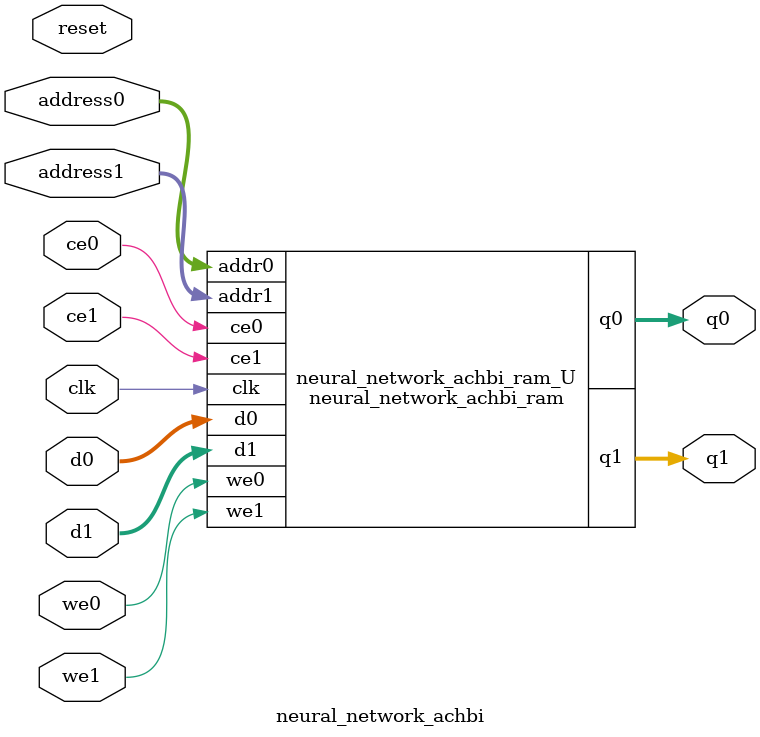
<source format=v>

`timescale 1 ns / 1 ps
module neural_network_achbi_ram (addr0, ce0, d0, we0, q0, addr1, ce1, d1, we1, q1,  clk);

parameter DWIDTH = 128;
parameter AWIDTH = 5;
parameter MEM_SIZE = 32;

input[AWIDTH-1:0] addr0;
input ce0;
input[DWIDTH-1:0] d0;
input we0;
output reg[DWIDTH-1:0] q0;
input[AWIDTH-1:0] addr1;
input ce1;
input[DWIDTH-1:0] d1;
input we1;
output reg[DWIDTH-1:0] q1;
input clk;

(* ram_style = "block" *)reg [DWIDTH-1:0] ram[0:MEM_SIZE-1];




always @(posedge clk)  
begin 
    if (ce0) 
    begin
        if (we0) 
        begin 
            ram[addr0] <= d0; 
            q0 <= d0;
        end 
        else 
            q0 <= ram[addr0];
    end
end


always @(posedge clk)  
begin 
    if (ce1) 
    begin
        if (we1) 
        begin 
            ram[addr1] <= d1; 
            q1 <= d1;
        end 
        else 
            q1 <= ram[addr1];
    end
end


endmodule


`timescale 1 ns / 1 ps
module neural_network_achbi(
    reset,
    clk,
    address0,
    ce0,
    we0,
    d0,
    q0,
    address1,
    ce1,
    we1,
    d1,
    q1);

parameter DataWidth = 32'd128;
parameter AddressRange = 32'd32;
parameter AddressWidth = 32'd5;
input reset;
input clk;
input[AddressWidth - 1:0] address0;
input ce0;
input we0;
input[DataWidth - 1:0] d0;
output[DataWidth - 1:0] q0;
input[AddressWidth - 1:0] address1;
input ce1;
input we1;
input[DataWidth - 1:0] d1;
output[DataWidth - 1:0] q1;



neural_network_achbi_ram neural_network_achbi_ram_U(
    .clk( clk ),
    .addr0( address0 ),
    .ce0( ce0 ),
    .d0( d0 ),
    .we0( we0 ),
    .q0( q0 ),
    .addr1( address1 ),
    .ce1( ce1 ),
    .d1( d1 ),
    .we1( we1 ),
    .q1( q1 ));

endmodule


</source>
